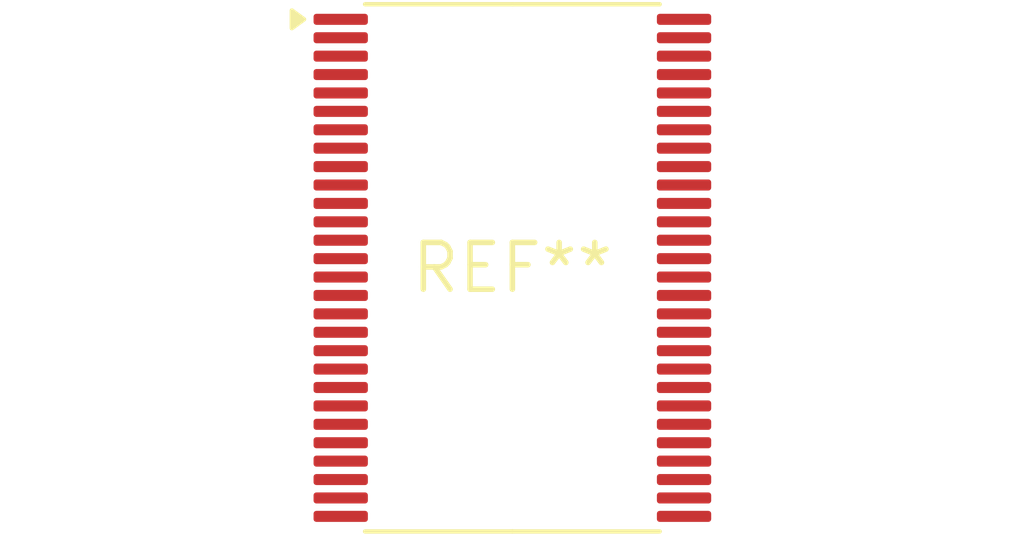
<source format=kicad_pcb>
(kicad_pcb (version 20240108) (generator pcbnew)
  (layers (0 "F.Cu" signal) (31 "B.Cu" signal) (34 "B.Paste" user) (35 "F.Paste" user) (36 "B.SilkS" user "B.Silkscreen") (37 "F.SilkS" user "F.Silkscreen") (38 "B.Mask" user) (39 "F.Mask" user) (44 "Edge.Cuts" user))
  (net 0 "")
  (footprint "TSSOP-56_8x14mm_P0.5mm" (layer "F.Cu") (at 0 0)
    (property "Reference" "REF**")
    (property "Value" "TSSOP-56_8x14mm_P0.5mm")
    (fp_line (start 0 -7.16) (end -4 -7.16) (layer "F.SilkS") (stroke (width 0.12)))
    (fp_line (start 0 -7.16) (end 4 -7.16) (layer "F.SilkS") (stroke (width 0.12)))
    (fp_line (start 0 7.16) (end -4 7.16) (layer "F.SilkS") (stroke (width 0.12)))
    (fp_line (start 0 7.16) (end 4 7.16) (layer "F.SilkS") (stroke (width 0.12)))
    (fp_poly (pts (xy -5.66 -6.75) (xy -5.99 -6.99) (xy -5.99 -6.51) (xy -5.66 -6.75)) (layer "F.SilkS") (stroke (width 0.12)) (fill solid))
    (pad "1" smd roundrect (at -4.6625 -6.75) (size 1.475 0.3) (layers "F.Cu" "F.Paste" "F.Mask"))
    (pad "2" smd roundrect (at -4.6625 -6.25) (size 1.475 0.3) (layers "F.Cu" "F.Paste" "F.Mask"))
    (pad "3" smd roundrect (at -4.6625 -5.75) (size 1.475 0.3) (layers "F.Cu" "F.Paste" "F.Mask"))
    (pad "4" smd roundrect (at -4.6625 -5.25) (size 1.475 0.3) (layers "F.Cu" "F.Paste" "F.Mask"))
    (pad "5" smd roundrect (at -4.6625 -4.75) (size 1.475 0.3) (layers "F.Cu" "F.Paste" "F.Mask"))
    (pad "6" smd roundrect (at -4.6625 -4.25) (size 1.475 0.3) (layers "F.Cu" "F.Paste" "F.Mask"))
    (pad "7" smd roundrect (at -4.6625 -3.75) (size 1.475 0.3) (layers "F.Cu" "F.Paste" "F.Mask"))
    (pad "8" smd roundrect (at -4.6625 -3.25) (size 1.475 0.3) (layers "F.Cu" "F.Paste" "F.Mask"))
    (pad "9" smd roundrect (at -4.6625 -2.75) (size 1.475 0.3) (layers "F.Cu" "F.Paste" "F.Mask"))
    (pad "10" smd roundrect (at -4.6625 -2.25) (size 1.475 0.3) (layers "F.Cu" "F.Paste" "F.Mask"))
    (pad "11" smd roundrect (at -4.6625 -1.75) (size 1.475 0.3) (layers "F.Cu" "F.Paste" "F.Mask"))
    (pad "12" smd roundrect (at -4.6625 -1.25) (size 1.475 0.3) (layers "F.Cu" "F.Paste" "F.Mask"))
    (pad "13" smd roundrect (at -4.6625 -0.75) (size 1.475 0.3) (layers "F.Cu" "F.Paste" "F.Mask"))
    (pad "14" smd roundrect (at -4.6625 -0.25) (size 1.475 0.3) (layers "F.Cu" "F.Paste" "F.Mask"))
    (pad "15" smd roundrect (at -4.6625 0.25) (size 1.475 0.3) (layers "F.Cu" "F.Paste" "F.Mask"))
    (pad "16" smd roundrect (at -4.6625 0.75) (size 1.475 0.3) (layers "F.Cu" "F.Paste" "F.Mask"))
    (pad "17" smd roundrect (at -4.6625 1.25) (size 1.475 0.3) (layers "F.Cu" "F.Paste" "F.Mask"))
    (pad "18" smd roundrect (at -4.6625 1.75) (size 1.475 0.3) (layers "F.Cu" "F.Paste" "F.Mask"))
    (pad "19" smd roundrect (at -4.6625 2.25) (size 1.475 0.3) (layers "F.Cu" "F.Paste" "F.Mask"))
    (pad "20" smd roundrect (at -4.6625 2.75) (size 1.475 0.3) (layers "F.Cu" "F.Paste" "F.Mask"))
    (pad "21" smd roundrect (at -4.6625 3.25) (size 1.475 0.3) (layers "F.Cu" "F.Paste" "F.Mask"))
    (pad "22" smd roundrect (at -4.6625 3.75) (size 1.475 0.3) (layers "F.Cu" "F.Paste" "F.Mask"))
    (pad "23" smd roundrect (at -4.6625 4.25) (size 1.475 0.3) (layers "F.Cu" "F.Paste" "F.Mask"))
    (pad "24" smd roundrect (at -4.6625 4.75) (size 1.475 0.3) (layers "F.Cu" "F.Paste" "F.Mask"))
    (pad "25" smd roundrect (at -4.6625 5.25) (size 1.475 0.3) (layers "F.Cu" "F.Paste" "F.Mask"))
    (pad "26" smd roundrect (at -4.6625 5.75) (size 1.475 0.3) (layers "F.Cu" "F.Paste" "F.Mask"))
    (pad "27" smd roundrect (at -4.6625 6.25) (size 1.475 0.3) (layers "F.Cu" "F.Paste" "F.Mask"))
    (pad "28" smd roundrect (at -4.6625 6.75) (size 1.475 0.3) (layers "F.Cu" "F.Paste" "F.Mask"))
    (pad "29" smd roundrect (at 4.6625 6.75) (size 1.475 0.3) (layers "F.Cu" "F.Paste" "F.Mask"))
    (pad "30" smd roundrect (at 4.6625 6.25) (size 1.475 0.3) (layers "F.Cu" "F.Paste" "F.Mask"))
    (pad "31" smd roundrect (at 4.6625 5.75) (size 1.475 0.3) (layers "F.Cu" "F.Paste" "F.Mask"))
    (pad "32" smd roundrect (at 4.6625 5.25) (size 1.475 0.3) (layers "F.Cu" "F.Paste" "F.Mask"))
    (pad "33" smd roundrect (at 4.6625 4.75) (size 1.475 0.3) (layers "F.Cu" "F.Paste" "F.Mask"))
    (pad "34" smd roundrect (at 4.6625 4.25) (size 1.475 0.3) (layers "F.Cu" "F.Paste" "F.Mask"))
    (pad "35" smd roundrect (at 4.6625 3.75) (size 1.475 0.3) (layers "F.Cu" "F.Paste" "F.Mask"))
    (pad "36" smd roundrect (at 4.6625 3.25) (size 1.475 0.3) (layers "F.Cu" "F.Paste" "F.Mask"))
    (pad "37" smd roundrect (at 4.6625 2.75) (size 1.475 0.3) (layers "F.Cu" "F.Paste" "F.Mask"))
    (pad "38" smd roundrect (at 4.6625 2.25) (size 1.475 0.3) (layers "F.Cu" "F.Paste" "F.Mask"))
    (pad "39" smd roundrect (at 4.6625 1.75) (size 1.475 0.3) (layers "F.Cu" "F.Paste" "F.Mask"))
    (pad "40" smd roundrect (at 4.6625 1.25) (size 1.475 0.3) (layers "F.Cu" "F.Paste" "F.Mask"))
    (pad "41" smd roundrect (at 4.6625 0.75) (size 1.475 0.3) (layers "F.Cu" "F.Paste" "F.Mask"))
    (pad "42" smd roundrect (at 4.6625 0.25) (size 1.475 0.3) (layers "F.Cu" "F.Paste" "F.Mask"))
    (pad "43" smd roundrect (at 4.6625 -0.25) (size 1.475 0.3) (layers "F.Cu" "F.Paste" "F.Mask"))
    (pad "44" smd roundrect (at 4.6625 -0.75) (size 1.475 0.3) (layers "F.Cu" "F.Paste" "F.Mask"))
    (pad "45" smd roundrect (at 4.6625 -1.25) (size 1.475 0.3) (layers "F.Cu" "F.Paste" "F.Mask"))
    (pad "46" smd roundrect (at 4.6625 -1.75) (size 1.475 0.3) (layers "F.Cu" "F.Paste" "F.Mask"))
    (pad "47" smd roundrect (at 4.6625 -2.25) (size 1.475 0.3) (layers "F.Cu" "F.Paste" "F.Mask"))
    (pad "48" smd roundrect (at 4.6625 -2.75) (size 1.475 0.3) (layers "F.Cu" "F.Paste" "F.Mask"))
    (pad "49" smd roundrect (at 4.6625 -3.25) (size 1.475 0.3) (layers "F.Cu" "F.Paste" "F.Mask"))
    (pad "50" smd roundrect (at 4.6625 -3.75) (size 1.475 0.3) (layers "F.Cu" "F.Paste" "F.Mask"))
    (pad "51" smd roundrect (at 4.6625 -4.25) (size 1.475 0.3) (layers "F.Cu" "F.Paste" "F.Mask"))
    (pad "52" smd roundrect (at 4.6625 -4.75) (size 1.475 0.3) (layers "F.Cu" "F.Paste" "F.Mask"))
    (pad "53" smd roundrect (at 4.6625 -5.25) (size 1.475 0.3) (layers "F.Cu" "F.Paste" "F.Mask"))
    (pad "54" smd roundrect (at 4.6625 -5.75) (size 1.475 0.3) (layers "F.Cu" "F.Paste" "F.Mask"))
    (pad "55" smd roundrect (at 4.6625 -6.25) (size 1.475 0.3) (layers "F.Cu" "F.Paste" "F.Mask"))
    (pad "56" smd roundrect (at 4.6625 -6.75) (size 1.475 0.3) (layers "F.Cu" "F.Paste" "F.Mask"))
  )
)
</source>
